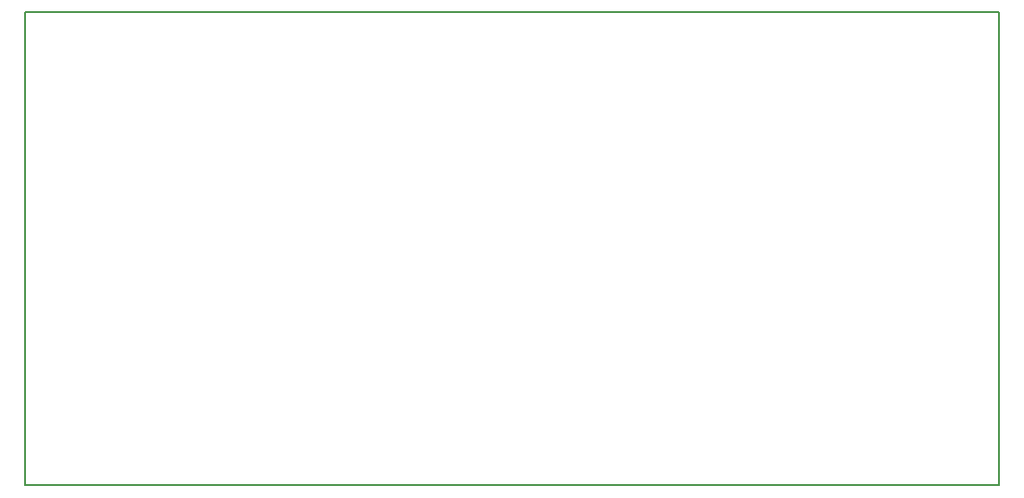
<source format=gbr>
G04 #@! TF.FileFunction,Profile,NP*
%FSLAX46Y46*%
G04 Gerber Fmt 4.6, Leading zero omitted, Abs format (unit mm)*
G04 Created by KiCad (PCBNEW 0.201509221857+6208~30~ubuntu14.04.1-product) date Fri 20 Nov 2015 04:08:02 PM CST*
%MOMM*%
G01*
G04 APERTURE LIST*
%ADD10C,0.100000*%
%ADD11C,0.150000*%
G04 APERTURE END LIST*
D10*
D11*
X106680000Y-129540000D02*
X107950000Y-129540000D01*
X106680000Y-86360000D02*
X106680000Y-129540000D01*
X107950000Y-86360000D02*
X106680000Y-86360000D01*
X195580000Y-129540000D02*
X107950000Y-129540000D01*
X195580000Y-86360000D02*
X195580000Y-129540000D01*
X107950000Y-86360000D02*
X195580000Y-86360000D01*
M02*

</source>
